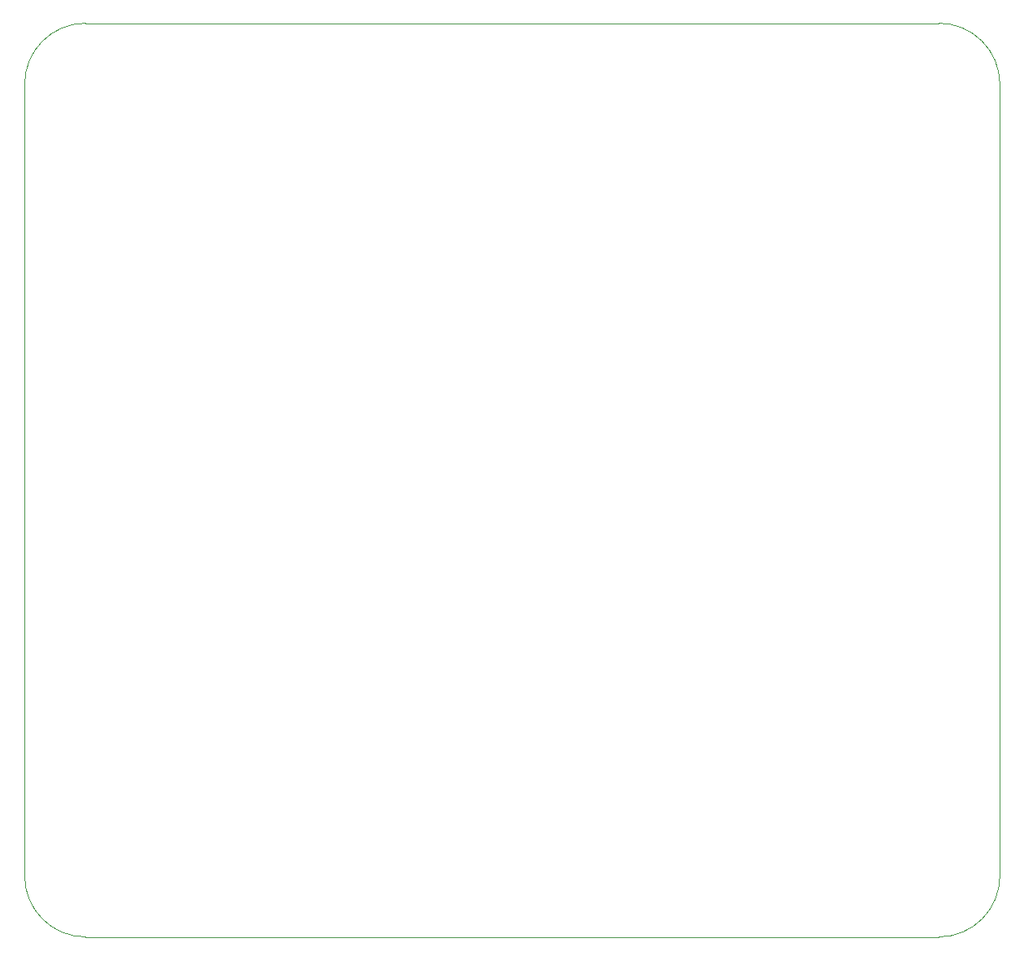
<source format=gbr>
%TF.GenerationSoftware,KiCad,Pcbnew,5.1.10*%
%TF.CreationDate,2021-09-10T11:09:33+02:00*%
%TF.ProjectId,PeltierSwitchingMainBoard,50656c74-6965-4725-9377-69746368696e,rev?*%
%TF.SameCoordinates,Original*%
%TF.FileFunction,Profile,NP*%
%FSLAX46Y46*%
G04 Gerber Fmt 4.6, Leading zero omitted, Abs format (unit mm)*
G04 Created by KiCad (PCBNEW 5.1.10) date 2021-09-10 11:09:33*
%MOMM*%
%LPD*%
G01*
G04 APERTURE LIST*
%TA.AperFunction,Profile*%
%ADD10C,0.050000*%
%TD*%
G04 APERTURE END LIST*
D10*
X260350000Y-128270000D02*
X260350000Y-45720000D01*
X165100000Y-134620000D02*
X254000000Y-134620000D01*
X158750000Y-45720000D02*
X158750000Y-128270000D01*
X158750000Y-45720000D02*
G75*
G02*
X165100000Y-39370000I6350000J0D01*
G01*
X165100000Y-134620000D02*
G75*
G02*
X158750000Y-128270000I0J6350000D01*
G01*
X260350000Y-128270000D02*
G75*
G02*
X254000000Y-134620000I-6350000J0D01*
G01*
X254000000Y-39370000D02*
G75*
G02*
X260350000Y-45720000I0J-6350000D01*
G01*
X165100000Y-39370000D02*
X254000000Y-39370000D01*
M02*

</source>
